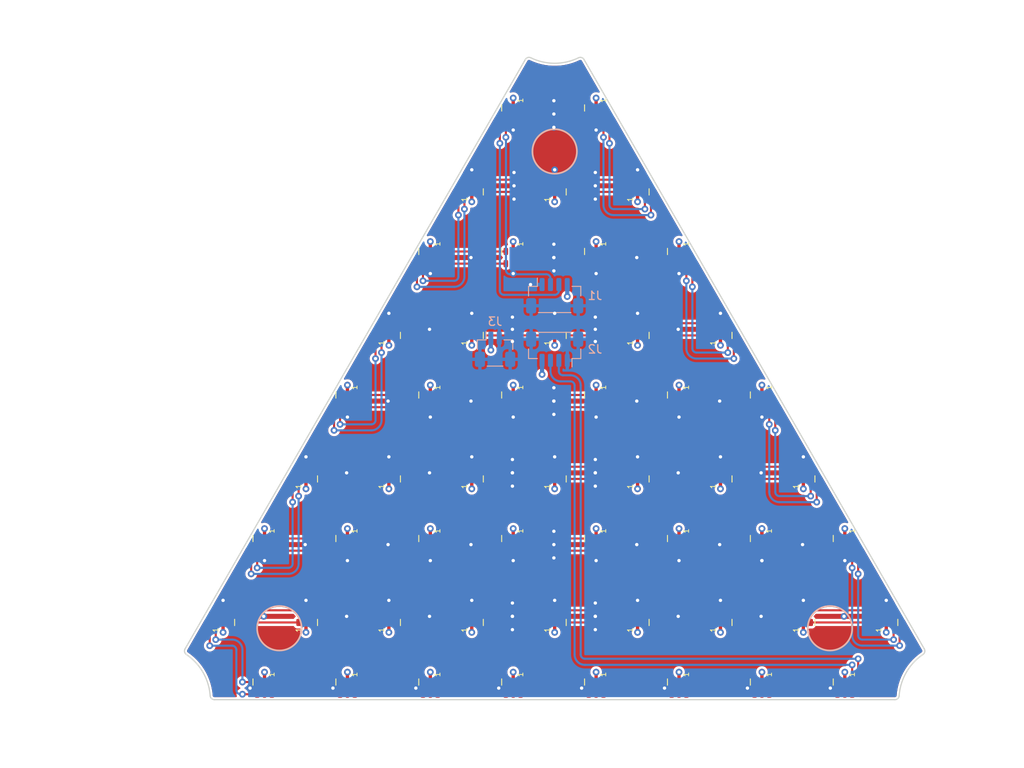
<source format=kicad_pcb>
(kicad_pcb (version 20211014) (generator pcbnew)
  (layers (0 "F.Cu" signal) (1 "In1.Cu" signal) (2 "In2.Cu" signal) (31 "B.Cu" signal) (34 "B.Paste" user) (35 "F.Paste" user) (36 "B.SilkS" user "B.Silkscreen") (37 "F.SilkS" user "F.Silkscreen") (38 "B.Mask" user) (39 "F.Mask" user) (44 "Edge.Cuts" user))
  (net 0 "")
  (net 1 "VCC")
  (net 2 "GND")
  (net 3 "Net-(D2-Pad3)")
  (net 4 "Net-(D2-Pad4)")
  (net 5 "DIN")
  (net 6 "CIN")
  (net 7 "D1")
  (net 8 "C1")
  (net 9 "D2")
  (net 10 "Net-(D4-Pad1)")
  (net 11 "Net-(D4-Pad6)")
  (net 12 "C2")
  (net 13 "Net-(D4-Pad3)")
  (net 14 "Net-(D4-Pad4)")
  (net 15 "Net-(D7-Pad3)")
  (net 16 "Net-(D7-Pad4)")
  (net 17 "Net-(D8-Pad3)")
  (net 18 "Net-(D8-Pad4)")
  (net 19 "Net-(D8-Pad1)")
  (net 20 "Net-(D8-Pad6)")
  (net 21 "D3")
  (net 22 "C3")
  (net 23 "D4")
  (net 24 "Net-(D10-Pad3)")
  (net 25 "Net-(D10-Pad4)")
  (net 26 "C4")
  (net 27 "Net-(D12-Pad3)")
  (net 28 "Net-(D12-Pad4)")
  (net 29 "Net-(D13-Pad3)")
  (net 30 "Net-(D13-Pad4)")
  (net 31 "Net-(D16-Pad3)")
  (net 32 "Net-(D16-Pad4)")
  (net 33 "Net-(D16-Pad1)")
  (net 34 "Net-(D16-Pad6)")
  (net 35 "Net-(D17-Pad1)")
  (net 36 "Net-(D17-Pad6)")
  (net 37 "D5")
  (net 38 "C5")
  (net 39 "D6")
  (net 40 "Net-(D22-Pad1)")
  (net 41 "Net-(D22-Pad6)")
  (net 42 "C6")
  (net 43 "Net-(D22-Pad3)")
  (net 44 "Net-(D22-Pad4)")
  (net 45 "Net-(D23-Pad3)")
  (net 46 "Net-(D23-Pad4)")
  (net 47 "Net-(D24-Pad3)")
  (net 48 "Net-(D24-Pad4)")
  (net 49 "Net-(D26-Pad1)")
  (net 50 "Net-(D26-Pad6)")
  (net 51 "Net-(D26-Pad3)")
  (net 52 "Net-(D26-Pad4)")
  (net 53 "Net-(D28-Pad1)")
  (net 54 "Net-(D28-Pad6)")
  (net 55 "Net-(D30-Pad3)")
  (net 56 "Net-(D30-Pad4)")
  (net 57 "Net-(D31-Pad3)")
  (net 58 "Net-(D31-Pad4)")
  (net 59 "Net-(D32-Pad3)")
  (net 60 "Net-(D32-Pad4)")
  (net 61 "Net-(D33-Pad3)")
  (net 62 "Net-(D33-Pad4)")
  (net 63 "Net-(D33-Pad1)")
  (net 64 "Net-(D33-Pad6)")
  (net 65 "Net-(D34-Pad1)")
  (net 66 "Net-(D34-Pad6)")
  (net 67 "D7")
  (net 68 "C7")
  (net 69 "D8")
  (net 70 "Net-(D36-Pad3)")
  (net 71 "Net-(D36-Pad4)")
  (net 72 "C8")
  (net 73 "Net-(D37-Pad3)")
  (net 74 "Net-(D37-Pad4)")
  (net 75 "Net-(D39-Pad1)")
  (net 76 "Net-(D39-Pad6)")
  (net 77 "Net-(D39-Pad3)")
  (net 78 "Net-(D39-Pad4)")
  (net 79 "Net-(D40-Pad3)")
  (net 80 "Net-(D40-Pad4)")
  (net 81 "Net-(D41-Pad3)")
  (net 82 "Net-(D41-Pad4)")
  (net 83 "Net-(D43-Pad1)")
  (net 84 "Net-(D43-Pad6)")
  (net 85 "Net-(D43-Pad3)")
  (net 86 "Net-(D43-Pad4)")
  (net 87 "Net-(D45-Pad1)")
  (net 88 "Net-(D45-Pad6)")
  (net 89 "Net-(D46-Pad1)")
  (net 90 "Net-(D46-Pad6)")
  (net 91 "Net-(D48-Pad3)")
  (net 92 "Net-(D48-Pad4)")
  (net 93 "Net-(D48-Pad1)")
  (net 94 "Net-(D48-Pad6)")
  (net 95 "Net-(D49-Pad1)")
  (net 96 "Net-(D49-Pad6)")
  (net 97 "Net-(D51-Pad3)")
  (net 98 "Net-(D51-Pad4)")
  (net 99 "Net-(D51-Pad1)")
  (net 100 "Net-(D51-Pad6)")
  (net 101 "DOUT")
  (net 102 "COUT")
  (net 103 "Net-(D11-Pad3)")
  (net 104 "Net-(D11-Pad4)")
  (net 105 "Net-(D18-Pad1)")
  (net 106 "Net-(D18-Pad6)")
  (net 107 "Net-(D19-Pad1)")
  (net 108 "Net-(D19-Pad6)")
  (footprint "custom:sk9822-2020" (layer "F.Cu") (at -34.545 26.049148 -90)
    (fp_text reference "D45" hide)
    (fp_text value "SK9822-EC20")
  )
  (footprint "custom:sk9822-2020" (layer "F.Cu") (at 29.61 17.505258 90)
    (fp_text reference "D43" hide)
    (fp_text value "SK9822-EC20")
  )
  (footprint "custom:sk9822-2020" (layer "F.Cu") (at 14.805 8.961368 -90)
    (fp_text reference "D33" hide)
    (fp_text value "SK9822-EC20")
  )
  (footprint "custom:sk9822-2020" (layer "F.Cu") (at -19.74 17.505258 90)
    (fp_text reference "D38" hide)
    (fp_text value "SK9822-EC20")
  )
  (footprint "custom:sk9822-2020" (layer "F.Cu") (at -19.74 0.417478 90)
    (fp_text reference "D22" hide)
    (fp_text value "SK9822-EC20")
  )
  (footprint "custom:sk9822-2020" (layer "F.Cu") (at -14.805 26.049148 -90)
    (fp_text reference "D47" hide)
    (fp_text value "SK9822-EC20")
  )
  (footprint "custom:sk9822-2020" (layer "F.Cu") (at -9.87 -16.670302 90)
    (fp_text reference "D11" hide)
    (fp_text value "SK9822-EC20")
  )
  (footprint "custom:sk9822-2020" (layer "F.Cu") (at -29.61 17.505258 90)
    (fp_text reference "D37" hide)
    (fp_text value "SK9822-EC20")
  )
  (footprint "custom:sk9822-2020" (layer "F.Cu") (at 19.74 0.417478 90)
    (fp_text reference "D26" hide)
    (fp_text value "SK9822-EC20")
  )
  (footprint "custom:sk9822-2020" (layer "F.Cu") (at -19.74 -16.670302 90)
    (fp_text reference "D10" hide)
    (fp_text value "SK9822-EC20")
  )
  (footprint "custom:sk9822-2020" (layer "F.Cu") (at -4.935 26.049148 -90)
    (fp_text reference "D48" hide)
    (fp_text value "SK9822-EC20")
  )
  (footprint "custom:sk9822-2020" (layer "F.Cu") (at -9.87 0.417478 90)
    (fp_text reference "D23" hide)
    (fp_text value "SK9822-EC20")
  )
  (footprint "custom:sk9822-2020" (layer "F.Cu") (at 14.805 26.049148 -90)
    (fp_text reference "D50" hide)
    (fp_text value "SK9822-EC20")
  )
  (footprint "custom:sk9822-2020" (layer "F.Cu") (at -9.87 17.505258 90)
    (fp_text reference "D39" hide)
    (fp_text value "SK9822-EC20")
  )
  (footprint "custom:sk9822-2020" (layer "F.Cu") (at 0 17.505258 90)
    (fp_text reference "D40" hide)
    (fp_text value "SK9822-EC20")
  )
  (footprint "custom:sk9822-2020" (layer "F.Cu") (at -29.61 0.417478 90)
    (fp_text reference "D21" hide)
    (fp_text value "SK9822-EC20")
  )
  (footprint "custom:sk9822-2020" (layer "F.Cu") (at 0 0.417478 90)
    (fp_text reference "D24" hide)
    (fp_text value "SK9822-EC20")
  )
  (footprint "custom:sk9822-2020" (layer "F.Cu") (at 9.87 17.505258 90)
    (fp_text reference "D41" hide)
    (fp_text value "SK9822-EC20")
  )
  (footprint "custom:sk9822-2020" (layer "F.Cu") (at -4.935 8.961368 -90)
    (fp_text reference "D31" hide)
    (fp_text value "SK9822-EC20")
  )
  (footprint "custom:sk9822-2020" (layer "F.Cu") (at -14.805 -25.214192 -90)
    (fp_text reference "D6" hide)
    (fp_text value "SK9822-EC20")
  )
  (footprint "custom:sk9822-2020" (layer "F.Cu") (at 24.675 26.049148 -90)
    (fp_text reference "D51" hide)
    (fp_text value "SK9822-EC20")
  )
  (footprint "custom:sk9822-2020" (layer "F.Cu") (at -4.935 -25.214192 -90)
    (fp_text reference "D7" hide)
    (fp_text value "SK9822-EC20")
  )
  (footprint "custom:sk9822-2020" (layer "F.Cu") (at 39.48 17.505258 90)
    (fp_text reference "D44" hide)
    (fp_text value "SK9822-EC20")
  )
  (footprint "custom:sk9822-2020" (layer "F.Cu") (at -4.935 -42.301972 -90)
    (fp_text reference "D1" hide)
    (fp_text value "SK9822-EC20")
  )
  (footprint "custom:sk9822-2020" (layer "F.Cu") (at 4.935 -8.126412 -90)
    (fp_text reference "D18" hide)
    (fp_text value "SK9822-EC20")
  )
  (footprint "custom:sk9822-2020" (layer "F.Cu") (at -4.935 -8.126412 -90)
    (fp_text reference "D17" hide)
    (fp_text value "SK9822-EC20")
  )
  (footprint "custom:sk9822-2020" (layer "F.Cu") (at 19.74 -16.670302 90)
    (fp_text reference "D14" hide)
    (fp_text value "SK9822-EC20")
  )
  (footprint "custom:sk9822-2020" (layer "F.Cu") (at 4.935 -25.214192 -90)
    (fp_text reference "D8" hide)
    (fp_text value "SK9822-EC20")
  )
  (footprint "custom:sk9822-2020" (layer "F.Cu") (at 29.61 0.417478 90)
    (fp_text reference "D27" hide)
    (fp_text value "SK9822-EC20")
  )
  (footprint "custom:sk9822-2020" (layer "F.Cu") (at -34.545 8.961368 -90)
    (fp_text reference "D28" hide)
    (fp_text value "SK9822-EC20")
  )
  (footprint "custom:sk9822-2020" (layer "F.Cu") (at 14.805 -8.126412 -90)
    (fp_text reference "D19" hide)
    (fp_text value "SK9822-EC20")
  )
  (footprint "custom:sk9822-2020" (layer "F.Cu") (at 0 -16.670302 90)
    (fp_text reference "D12" hide)
    (fp_text value "SK9822-EC20")
  )
  (footprint "custom:sk9822-2020" (layer "F.Cu") (at -14.805 8.961368 -90)
    (fp_text reference "D30" hide)
    (fp_text value "SK9822-EC20")
  )
  (footprint "custom:sk9822-2020" (layer "F.Cu") (at 9.87 -33.758082 90)
    (fp_text reference "D5" hide)
    (fp_text value "SK9822-EC20")
  )
  (footprint "custom:sk9822-2020" (layer "F.Cu") (at 4.935 -42.301972 -90)
    (fp_text reference "D2" hide)
    (fp_text value "SK9822-EC20")
  )
  (footprint "custom:sk9822-2020" (layer "F.Cu") (at 34.545 26.049148 -90)
    (fp_text reference "D52" hide)
    (fp_text value "SK9822-EC20")
  )
  (footprint "custom:sk9822-2020" (layer "F.Cu") (at 9.87 -16.670302 90)
    (fp_text reference "D13" hide)
    (fp_text value "SK9822-EC20")
  )
  (footprint "custom:sk9822-2020" (layer "F.Cu") (at -24.675 -8.126412 -90)
    (fp_text reference "D15" hide)
    (fp_text value "SK9822-EC20")
  )
  (footprint "custom:sk9822-2020" (layer "F.Cu") (at -24.675 26.049148 -90)
    (fp_text reference "D46" hide)
    (fp_text value "SK9822-EC20")
  )
  (footprint "custom:sk9822-2020" (layer "F.Cu") (at 24.675 -8.126412 -90)
    (fp_text reference "D20" hide)
    (fp_text value "SK9822-EC20")
  )
  (footprint "custom:sk9822-2020" (layer "F.Cu") (at -24.675 8.961368 -90)
    (fp_text reference "D29" hide)
    (fp_text value "SK9822-EC20")
  )
  (footprint "custom:sk9822-2020" (layer "F.Cu") (at 19.74 17.505258 90)
    (fp_text reference "D42" hide)
    (fp_text value "SK9822-EC20")
  )
  (footprint "custom:sk9822-2020" (layer "F.Cu") (at -39.48 17.505258 90)
    (fp_text reference "D36" hide)
    (fp_text value "SK9822-EC20")
  )
  (footprint "custom:sk9822-2020" (layer "F.Cu") (at 4.935 8.961368 -90)
    (fp_text reference "D32" hide)
    (fp_text value "SK9822-EC20")
  )
  (footprint "custom:sk9822-2020" (layer "F.Cu") (at 9.87 0.417478 90)
    (fp_text reference "D25" hide)
    (fp_text value "SK9822-EC20")
  )
  (footprint "custom:sk9822-2020" (layer "F.Cu") (at 0 -33.758082 90)
    (fp_text reference "D4" hide)
    (fp_text value "SK9822-EC20")
  )
  (footprint "custom:sk9822-2020" (layer "F.Cu") (at 34.545 8.961368 -90)
    (fp_text reference "D35" hide)
    (fp_text value "SK9822-EC20")
  )
  (footprint "custom:sk9822-2020" (layer "F.Cu") (at 14.805 -25.214192 -90)
    (fp_text reference "D9" hide)
    (fp_text value "SK9822-EC20")
  )
  (footprint "custom:sk9822-2020" (layer "F.Cu") (at -14.805 -8.126412 -90)
    (fp_text reference "D16" hide)
    (fp_text value "SK9822-EC20")
  )
  (footprint "custom:sk9822-2020" (layer "F.Cu") (at -9.87 -33.758082 90)
    (fp_text reference "D3" hide)
    (fp_text value "SK9822-EC20")
  )
  (footprint "custom:sk9822-2020" (layer "F.Cu") (at 4.935 26.049148 -90)
    (fp_text reference "D49" hide)
    (fp_text value "SK9822-EC20")
  )
  (footprint "custom:sk9822-2020" (layer "F.Cu") (at 24.675 8.961368 -90)
    (fp_text reference "D34" hide)
    (fp_text value "SK9822-EC20")
  )
  (footprint "Connector_JST:JST_SH_BM04B-SRSS-TB_1x04-1MP_P1.00mm_Vertical" (layer "B.Cu") (at 0 -14.3 180)
    (fp_text reference "J2")
    (fp_text value "OUT")
  )
  (footprint "custom:Magnet_D5mm_L2mm" (layer "B.Cu") (at 0 -37.848276 180)
    (fp_text reference "M2" hide)
    (fp_text value "Magnet 5x1mm")
  )
  (footprint "Connector_JST:JST_SH_BM02B-SRSS-TB_1x02-1MP_P1.00mm_Vertical" (layer "B.Cu") (at -7.1 -14.3)
    (fp_text reference "J3")
    (fp_text value "POWER")
  )
  (footprint "custom:Magnet_D5mm_L2mm" (layer "B.Cu") (at -32.777569 18.924138 180)
    (fp_text reference "M1" hide)
    (fp_text value "Magnet 5x1mm")
  )
  (footprint "Connector_JST:JST_SH_BM04B-SRSS-TB_1x04-1MP_P1.00mm_Vertical" (layer "B.Cu") (at 0 -20.675)
    (fp_text reference "J1")
    (fp_text value "IN")
  )
  (footprint "custom:Magnet_D5mm_L2mm" (layer "B.Cu") (at 32.777569 18.924138 180)
    (fp_text reference "M3" hide)
    (fp_text value "Magnet 5x1mm")
  )
  (gr_arc (start 2.839615 -49.001346) (mid 0 -48.348275) (end -2.839615 -49.001346) (layer "Edge.Cuts") (width 0.15))
  (gr_line (start -40.51788 27.424138) (end 40.51788 27.424138) (layer "Edge.Cuts") (width 0.15))
  (gr_arc (start 41.016603 26.959852) (mid 40.858573 27.2901) (end 40.51788 27.424138) (layer "Edge.Cuts") (width 0.15))
  (gr_arc (start -40.51788 27.424138) (mid -40.858572 27.2901) (end -41.016603 26.959852) (layer "Edge.Cuts") (width 0.15))
  (gr_line (start -3.49106 -48.801582) (end -44.00894 21.377444) (layer "Edge.Cuts") (width 0.15))
  (gr_arc (start -43.856218 22.041494) (mid -41.870835 24.174138) (end -41.016603 26.959852) (layer "Edge.Cuts") (width 0.15))
  (gr_arc (start -43.856218 22.041494) (mid -44.063206 21.739512) (end -44.00894 21.377444) (layer "Edge.Cuts") (width 0.15))
  (gr_arc (start -3.49106 -48.801582) (mid -3.20463 -49.029638) (end -2.839615 -49.001346) (layer "Edge.Cuts") (width 0.15))
  (gr_line (start 44.00894 21.377444) (end 3.49106 -48.801582) (layer "Edge.Cuts") (width 0.15))
  (gr_arc (start 2.839615 -49.001346) (mid 3.204648 -49.029624) (end 3.49106 -48.801582) (layer "Edge.Cuts") (width 0.15))
  (gr_arc (start 41.016603 26.959852) (mid 41.870835 24.174138) (end 43.856218 22.041494) (layer "Edge.Cuts") (width 0.15))
  (gr_arc (start 44.00894 21.377444) (mid 44.063204 21.73951) (end 43.856218 22.041494) (layer "Edge.Cuts") (width 0.15))
  (segment (start -29.61 19.410516) (end -29.61 18.230258) (width 0.4) (layer "F.Cu") (net 1))
  (segment (start 19.74 2.322736) (end 19.74 1.142478) (width 0.4) (layer "F.Cu") (net 1))
  (segment (start -9.87 2.322736) (end -9.87 1.142478) (width 0.4) (layer "F.Cu") (net 1))
  (segment (start 14.805 24.14389) (end 14.805 25.324148) (width 0.4) (layer "F.Cu") (net 1))
  (segment (start 0 -31.852824) (end 0 -33.033082) (width 0.4) (layer "F.Cu") (net 1))
  (segment (start -39.48 19.410516) (end -39.48 18.230258) (width 0.4) (layer "F.Cu") (net 1))
  (segment (start -14.805 -27.11945) (end -14.805 -25.939192) (width 0.4) (layer "F.Cu") (net 1))
  (segment (start 24.675 -10.03167) (end 24.675 -8.851412) (width 0.4) (layer "F.Cu") (net 1))
  (segment (start -4.935 7.05611) (end -4.935 8.236368) (width 0.4) (layer "F.Cu") (net 1))
  (segment (start 29.61 2.322736) (end 29.61 1.142478) (width 0.4) (layer "F.Cu") (net 1))
  (segment (start 9.87 2.322736) (end 9.87 1.142478) (width 0.4) (layer "F.Cu") (net 1))
  (segment (start 0 -14.765044) (end 0 -15.945302) (width 0.4) (layer "F.Cu") (net 1))
  (segment (start -4.935 -44.20723) (end -4.935 -43.026972) (width 0.4) (layer "F.Cu") (net 1))
  (segment (start 4.935 7.05611) (end 4.935 8.236368) (width 0.4) (layer "F.Cu") (net 1))
  (segment (start 0 19.410516) (end 0 18.230258) (width 0.4) (layer "F.Cu") (net 1))
  (segment (start -4.935 -27.11945) (end -4.935 -25.939192) (width 0.4) (layer "F.Cu") (net 1))
  (segment (start -19.74 -14.765044) (end -19.74 -15.945302) (width 0.4) (layer "F.Cu") (net 1))
  (segment (start -29.61 2.322736) (end -29.61 1.142478) (width 0.4) (layer "F.Cu") (net 1))
  (segment (start 14.805 -27.11945) (end 14.805 -25.939192) (width 0.4) (layer "F.Cu") (net 1))
  (segment (start -14.805 24.14389) (end -14.805 25.324148) (width 0.4) (layer "F.Cu") (net 1))
  (segment (start -19.74 19.410516) (end -19.74 18.230258) (width 0.4) (layer "F.Cu") (net 1))
  (segment (start -24.675 24.14389) (end -24.675 25.324148) (width 0.4) (layer "F.Cu") (net 1))
  (segment (start 19.74 19.410516) (end 19.74 18.230258) (width 0.4) (layer "F.Cu") (net 1))
  (segment (start 19.74 -14.765044) (end 19.74 -15.945302) (width 0.4) (layer "F.Cu") (net 1))
  (segment (start -24.675 -10.03167) (end -24.675 -8.851412) (width 0.4) (layer "F.Cu") (net 1))
  (segment (start 29.61 19.410516) (end 29.61 18.230258) (width 0.4) (layer "F.Cu") (net 1))
  (segment (start 24.675 24.14389) (end 24.675 25.324148) (width 0.4) (layer "F.Cu") (net 1))
  (segment (start -4.935 24.14389) (end -4.935 25.324148) (width 0.4) (layer "F.Cu") (net 1))
  (segment (start 9.87 -14.765044) (end 9.87 -15.945302) (width 0.4) (layer "F.Cu") (net 1))
  (segment (start -9.87 -31.852824) (end -9.87 -33.033082) (width 0.4) (layer "F.Cu") (net 1))
  (segment (start 24.675 7.05611) (end 24.675 8.236368) (width 0.4) (layer "F.Cu") (net 1))
  (segment (start 14.805 -10.03167) (end 14.805 -8.851412) (width 0.4) (layer "F.Cu") (net 1))
  (segment (start 4.935 -44.20723) (end 4.935 -43.026972) (width 0.4) (layer "F.Cu") (net 1))
  (segment (start -4.935 -10.03167) (end -4.935 -8.851412) (width 0.4) (layer "F.Cu") (net 1))
  (segment (start 4.935 -10.03167) (end 4.935 -8.851412) (width 0.4) (layer "F.Cu") (net 1))
  (segment (start 9.87 19.410516) (end 9.87 18.230258) (width 0.4) (layer "F.Cu") (net 1))
  (segment (start 9.87 -31.852824) (end 9.87 -33.033082) (width 0.4) (layer "F.Cu") (net 1))
  (segment (start -34.545 7.05611) (end -34.545 8.236368) (width 0.4) (layer "F.Cu") (net 1))
  (segment (start 0 2.322736) (end 0 1.142478) (width 0.4) (layer "F.Cu") (net 1))
  (segment (start 14.805 7.05611) (end 14.805 8.236368) (width 0.4) (layer "F.Cu") (net 1))
  (segment (start 4.935 24.14389) (end 4.935 25.324148) (width 0.4) (layer "F.Cu") (net 1))
  (segment (start -14.805 -10.03167) (end -14.805 -8.851412) (width 0.4) (layer "F.Cu") (net 1))
  (segment (start -9.87 19.410516) (end -9.87 18.230258) (width 0.4) (layer "F.Cu") (net 1))
  (segment (start -19.74 2.322736) (end -19.74 1.142478) (width 0.4) (layer "F.Cu") (net 1))
  (segment (start -14.805 7.05611) (end -14.805 8.236368) (width 0.4) (layer "F.Cu") (net 1))
  (segment (start 4.935 -27.11945) (end 4.935 -25.939192) (width 0.4) (layer "F.Cu") (net 1))
  (segment (start 24.675 7.05611) (end 24.675 8.236368) (width 0.4) (layer "F.Cu") (net 1))
  (segment (start -9.87 -14.765044) (end -9.87 -15.945302) (width 0.4) (layer "F.Cu") (net 1))
  (segment (start 34.545 24.14389) (end 34.545 25.324148) (width 0.4) (layer "F.Cu") (net 1))
  (segment (start -34.545 24.14389) (end -34.545 25.324148) (width 0.4) (layer "F.Cu") (net 1))
  (segment (start -24.675 7.05611) (end -24.675 8.236368) (width 0.4) (layer "F.Cu") (net 1))
  (segment (start 39.48 19.410516) (end 39.48 18.230258) (width 0.4) (layer "F.Cu") (net 1))
  (segment (start 34.545 7.05611) (end 34.545 8.236368) (width 0.4) (layer "F.Cu") (net 1))
  (via (at -29.61 2.322736) (size 0.8) (drill 0.4) (layers "F.Cu" "B.Cu") (net 1))
  (via (at -7.6 -14.2) (size 0.8) (drill 0.4) (layers "F.Cu" "B.Cu") (net 1))
  (via (at 9.87 19.410516) (size 0.8) (drill 0.4) (layers "F.Cu" "B.Cu") (net 1))
  (via (at 24.675 7.05611) (size 0.8) (drill 0.4) (layers "F.Cu" "B.Cu") (net 1))
  (via (at -19.74 19.410516) (size 0.8) (drill 0.4) (layers "F.Cu" "B.Cu") (net 1))
  (via (at 19.74 19.410516) (size 0.8) (drill 0.4) (layers "F.Cu" "B.Cu") (net 1))
  (via (at 14.805 7.05611) (size 0.8) (drill 0.4) (layers "F.Cu" "B.Cu") (net 1))
  (via (at 9.87 -31.852824) (size 0.8) (drill 0.4) (layers "F.Cu" "B.Cu") (net 1))
  (via (at 4.935 -44.20723) (size 0.8) (drill 0.4) (layers "F.Cu" "B.Cu") (net 1))
  (via (at 39.48 19.410516) (size 0.8) (drill 0.4) (layers "F.Cu" "B.Cu") (net 1))
  (via (at 4.935 -27.11945) (size 0.8) (drill 0.4) (layers "F.Cu" "B.Cu") (net 1))
  (via (at 19.74 -14.765044) (size 0.8) (drill 0.4) (layers "F.Cu" "B.Cu") (net 1))
  (via (at -24.675 7.05611) (size 0.8) (drill 0.4) (layers "F.Cu" "B.Cu") (net 1))
  (via (at -4.935 -44.20723) (size 0.8) (drill 0.4) (layers "F.Cu" "B.Cu") (net 1))
  (via (at 29.61 2.322736) (size 0.8) (drill 0.4) (layers "F.Cu" "B.Cu") (net 1))
  (via (at -14.805 24.14389) (size 0.8) (drill 0.4) (layers "F.Cu" "B.Cu") (net 1))
  (via (at -4.935 -10.03167) (size 0.8) (drill 0.4) (layers "F.Cu" "B.Cu") (net 1))
  (via (at 24.675 -10.03167) (size 0.8) (drill 0.4) (layers "F.Cu" "B.Cu") (net 1))
  (via (at 24.675 24.14389) (size 0.8) (drill 0.4) (layers "F.Cu" "B.Cu") (net 1))
  (via (at 0 19.410516) (size 0.8) (drill 0.4) (layers "F.Cu" "B.Cu") (net 1))
  (via (at 0 -31.852824) (size 0.8) (drill 0.4) (layers "F.Cu" "B.Cu") (net 1))
  (via (at -19.74 2.322736) (size 0.8) (drill 0.4) (layers "F.Cu" "B.Cu") (net 1))
  (via (at 34.545 7.05611) (size 0.8) (drill 0.4) (layers "F.Cu" "B.Cu") (net 1))
  (via (at -9.87 -14.765044) (size 0.8) (drill 0.4) (layers "F.Cu" "B.Cu") (net 1))
  (via (at -39.48 19.410516) (size 0.8) (drill 0.4) (layers "F.Cu" "B.Cu") (net 1))
  (via (at 19.74 2.322736) (size 0.8) (drill 0.4) (layers "F.Cu" "B.Cu") (net 1))
  (via (at 4.935 7.05611) (size 0.8) (drill 0.4) (layers "F.Cu" "B.Cu") (net 1))
  (via (at -9.87 19.410516) (size 0.8) (drill 0.4) (layers "F.Cu" "B.Cu") (net 1))
  (via (at -9.87 2.322736) (size 0.8) (drill 0.4) (layers "F.Cu" "B.Cu") (net 1))
  (via (at -24.675 24.14389) (size 0.8) (drill 0.4) (layers "F.Cu" "B.Cu") (net 1))
  (via (at 29.61 19.410516) (size 0.8) (drill 0.4) (layers "F.Cu" "B.Cu") (net 1))
  (via (at 1.5 -20.575) (size 0.8) (drill 0.4) (layers "F.Cu" "B.Cu") (net 1))
  (via (at -1.5 -11.3) (size 0.8) (drill 0.4) (layers "F.Cu" "B.Cu") (net 1))
  (via (at -9.87 -31.852824) (size 0.8) (drill 0.4) (layers "F.Cu" "B.Cu") (net 1))
  (via (at 9.87 2.322736) (size 0.8) (drill 0.4) (layers "F.Cu" "B.Cu") (net 1))
  (via (at 9.87 -14.765044) (size 0.8) (drill 0.4) (layers "F.Cu" "B.Cu") (net 1))
  (via (at -14.805 7.05611) (size 0.8) (drill 0.4) (layers "F.Cu" "B.Cu") (net 1))
  (via (at -4.935 -27.11945) (size 0.8) (drill 0.4) (layers "F.Cu" "B.Cu") (net 1))
  (via (at 14.805 -27.11945) (size 0.8) (drill 0.4) (layers "F.Cu" "B.Cu") (net 1))
  (via (at 14.805 24.14389) (size 0.8) (drill 0.4) (layers "F.Cu" "B.Cu") (net 1))
  (via (at 14.805 -10.03167) (size 0.8) (drill 0.4) (layers "F.Cu" "B.Cu") (net 1))
  (via (at -34.545 7.05611) (size 0.8) (drill 0.4) (layers "F.Cu" "B.Cu") (net 1))
  (via (at 4.935 24.14389) (size 0.8) (drill 0.4) (layers "F.Cu" "B.Cu") (net 1))
  (via (at -24.675 -10.03167) (size 0.8) (drill 0.4) (layers "F.Cu" "B.Cu") (net 1))
  (via (at 34.545 24.14389) (size 0.8) (drill 0.4) (layers "F.Cu" "B.Cu") (net 1))
  (via (at 0 2.322736) (size 0.8) (drill 0.4) (layers "F.Cu" "B.Cu") (net 1))
  (via (at -34.545 24.14389) (size 0.8) (drill 0.4) (layers "F.Cu" "B.Cu") (net 1))
  (via (at -14.805 -10.03167) (size 0.8) (drill 0.4) (layers "F.Cu" "B.Cu") (net 1))
  (via (at -4.935 7.05611) (size 0.8) (drill 0.4) (layers "F.Cu" "B.Cu") (net 1))
  (via (at 24.675 7.05611) (size 0.8) (drill 0.4) (layers "F.Cu" "B.Cu") (net 1))
  (via (at 4.935 -10.03167) (size 0.8) (drill 0.4) (layers "F.Cu" "B.Cu") (net 1))
  (via (at -4.935 24.14389) (size 0.8) (drill 0.4) (layers "F.Cu" "B.Cu") (net 1))
  (via (at -19.74 -14.765044) (size 0.8) (drill 0.4) (layers "F.Cu" "B.Cu") (net 1))
  (via (at -29.61 19.410516) (size 0.8) (drill 0.4) (layers "F.Cu" "B.Cu") (net 1))
  (via (at 0 -14.765044) (size 0.8) (drill 0.4) (layers "F.Cu" "B.Cu") (net 1))
  (via (at -14.805 -27.11945) (size 0.8) (drill 0.4) (layers "F.Cu" "B.Cu") (net 1))
  (segment (start -7.6 -14.2) (end -7.6 -15.625) (width 0.5) (layer "B.Cu") (net 1))
  (segment (start 1.5 -20.575) (end 1.5 -22) (width 0.5) (layer "B.Cu") (net 1))
  (segment (start -1.5 -11.3) (end -1.5 -12.975) (width 0.5) (layer "B.Cu") (net 1))
  (segment (start -24.675 26.774148) (end -24.675 26.549148) (width 0.2) (layer "F.Cu") (net 2))
  (segment (start 4.935 -23.308934) (end 4.935 -24.489192) (width 0.4) (layer "F.Cu") (net 2))
  (segment (start 34.545 26.774148) (end 34.545 26.549148) (width 0.2) (layer "F.Cu") (net 2))
  (segment (start 34.045 26.049148) (end 32.8205 26.049148) (width 0.2) (layer "F.Cu") (net 2))
  (segment (start 24.675 -6.221154) (end 24.675 -7.401412) (width 0.4) (layer "F.Cu") (net 2))
  (segment (start -14.805 -23.308934) (end -14.805 -24.489192) (width 0.4) (layer "F.Cu") (net 2))
  (segment (start 13.0805 26.049148) (end 13.08 26.049648) (width 0.2) (layer "F.Cu") (net 2))
  (segment (start -9.87 -35.66334) (end -9.87 -34.483082) (width 0.4) (layer "F.Cu") (net 2))
  (segment (start 24.175 26.049148) (end 22.9505 26.049148) (width 0.2) (layer "F.Cu") (net 2))
  (segment (start 4.935 10.866626) (end 4.935 9.686368) (width 0.4) (layer "F.Cu") (net 2))
  (segment (start -14.805 10.866626) (end -14.805 9.686368) (width 0.4) (layer "F.Cu") (net 2))
  (segment (start 29.61 -1.48778) (end 29.61 -0.307522) (width 0.4) (layer "F.Cu") (net 2))
  (segment (start 14.805 -23.308934) (end 14.805 -24.489192) (width 0.4) (layer "F.Cu") (net 2))
  (segment (start 4.935 -40.396714) (end 4.935 -41.576972) (width 0.4) (layer "F.Cu") (net 2))
  (segment (start -4.935 -40.396714) (end -4.935 -41.576972) (width 0.4) (layer "F.Cu") (net 2))
  (segment (start -25.175 26.049148) (end -26.3995 26.049148) (width 0.2) (layer "F.Cu") (net 2))
  (segment (start 14.805 26.774148) (end 14.805 26.549148) (width 0.2) (layer "F.Cu") (net 2))
  (segment (start -4.935 -23.308934) (end -4.935 -24.489192) (width 0.4) (layer "F.Cu") (net 2))
  (segment (start -26.3995 26.049148) (end -26.4 26.049648) (width 0.2) (layer "F.Cu") (net 2))
  (segment (start -24.675 -6.221154) (end -24.675 -7.401412) (width 0.4) (layer "F.Cu") (net 2))
  (segment (start 0 -18.57556) (end 0 -17.395302) (width 0.4) (layer "F.Cu") (net 2))
  (segment (start 14.805 -6.221154) (end 14.805 -7.401412) (width 0.4) (layer "F.Cu") (net 2))
  (segment (start -4.935 10.866626) (end -4.935 9.686368) (width 0.4) (layer "F.Cu") (net 2))
  (segment (start -24.675 10.866626) (end -24.675 9.686368) (width 0.4) (layer "F.Cu") (net 2))
  (segment (start 32.8205 26.049148) (end 32.82 26.049648) (width 0.2) (layer "F.Cu") (net 2))
  (segment (start -9.87 15.6) (end -9.87 16.780258) (width 0.4) (layer "F.Cu") (net 2))
  (segment (start 9.87 -1.48778) (end 9.87 -0.307522) (width 0.4) (layer "F.Cu") (net 2))
  (segment (start 4.935 -6.221154) (end 4.935 -7.401412) (width 0.4) (layer "F.Cu") (net 2))
  (segment (start -6.6595 26.049148) (end -6.66 26.049648) (width 0.2) (layer "F.Cu") (net 2))
  (segment (start 0 -1.48778) (end 0 -0.307522) (width 0.4) (layer "F.Cu") (net 2))
  (segment (start 9.87 -18.57556) (end 9.87 -17.395302) (width 0.4) (layer "F.Cu") (net 2))
  (segment (start 9.87 15.6) (end 9.87 16.780258) (width 0.4) (layer "F.Cu") (net 2))
  (segment (start -14.805 -6.221154) (end -14.805 -7.401412) (width 0.4) (layer "F.Cu") (net 2))
  (segment (start 24.675 10.866626) (end 24.675 9.686368) (width 0.4) (layer "F.Cu") (net 2))
  (segment (start 24.675 10.866626) (end 24.675 9.686368) (width 0.4) (layer "F.Cu") (net 2))
  (segment (start 3.2105 26.049148) (end 3.21 26.049648) (width 0.2) (layer "F.Cu") (net 2))
  (segment (start 29.61 15.6) (end 29.61 16.780258) (width 0.4) (layer "F.Cu") (net 2))
  (segment (start 14.305 26.049148) (end 13.0805 26.049148) (width 0.2) (layer "F.Cu") (net 2))
  (segment (start -14.805 26.774148) (end -14.805 26.549148) (width 0.2) (layer "F.Cu") (net 2))
  (segment (start -34.545 26.774148) (end -34.545 26.549148) (width 0.2) (layer "F.Cu") (net 2))
  (segment (start -36.2695 26.049148) (end -36.27 26.049648) (width 0.2) (layer "F.Cu") (net 2))
  (segment (start 0 -35.66334) (end 0 -34.483082) (width 0.4) (layer "F.Cu") (net 2))
  (segment (start -19.74 -1.48778) (end -19.74 -0.307522) (width 0.4) (layer "F.Cu") (net 2))
  (segment (start -5.435 26.049148) (end -6.6595 26.049148) (width 0.2) (layer "F.Cu") (net 2))
  (segment (start 39.48 15.6) (end 39.48 16.780258) (width 0.4) (layer "F.Cu") (net 2))
  (segment (start 19.74 -18.57556) (end 19.74 -17.395302) (width 0.4) (layer "F.Cu") (net 2))
  (segment (start -29.61 15.6) (end -29.61 16.780258) (width 0.4) (layer "F.Cu") (net 2))
  (segment (start 34.545 10.866626) (end 34.545 9.686368) (width 0.4) (layer "F.Cu") (net 2))
  (segment (start -9.87 -18.57556) (end -9.87 -17.395302) (width 0.4) (layer "F.Cu") (net 2))
  (segment (start -19.74 15.6) (end -19.74 16.780258) (width 0.4) (layer "F.Cu") (net 2))
  (segment (start 14.805 10.866626) (end 14.805 9.686368) (width 0.4) (layer "F.Cu") (net 2))
  (segment (start -4.935 26.774148) (end -4.935 26.549148) (width 0.2) (layer "F.Cu") (net 2))
  (segment (start 19.74 -1.48778) (end 19.74 -0.307522) (width 0.4) (layer "F.Cu") (net 2))
  (segment (start 4.435 26.049148) (end 3.2105 26.049148) (width 0.2) (layer "F.Cu") (net 2))
  (segment (start -4.935 -6.221154) (end -4.935 -7.401412) (width 0.4) (layer "F.Cu") (net 2))
  (segment (start -16.5295 26.049148) (end -16.53 26.049648) (width 0.2) (layer "F.Cu") (net 2))
  (segment (start -9.87 -1.48778) (end -9.87 -0.307522) (width 0.4) (layer "F.Cu") (net 2))
  (segment (start 24.675 26.774148) (end 24.675 26.549148) (width 0.2) (layer "F.Cu") (net 2))
  (segment (start -29.61 -1.48778) (end -29.61 -0.307522) (width 0.4) (layer "F.Cu") (net 2))
  (segment (start -39.48 15.6) (end -39.48 16.780258) (width 0.4) (layer "F.Cu") (net 2))
  (segment (start 0 15.6) (end 0 16.780258) (width 0.4) (layer "F.Cu") (net 2))
  (segment (start -35.045 26.049148) (end -36.2695 26.049148) (width 0.2) (layer "F.Cu") (net 2))
  (segment (start 22.9505 26.049148) (end 22.95 26.049648) (width 0.2) (layer "F.Cu") (net 2))
  (segment (start -15.305 26.049148) (end -16.5295 26.049148) (width 0.2) (layer "F.Cu") (net 2))
  (segment (start 9.87 -35.66334) (end 9.87 -34.483082) (width 0.4) (layer "F.Cu") (net 2))
  (segment (start -19.74 -18.57556) (end -19.74 -17.395302) (width 0.4) (layer "F.Cu") (net 2))
  (segment (start 4.935 26.774148) (end 4.935 26.549148) (width 0.2) (layer "F.Cu") (net 2))
  (segment (start -34.545 10.866626) (end -34.545 9.686368) (width 0.4) (layer "F.Cu") (net 2))
  (segment (start 19.74 15.6) (end 19.74 16.780258) (width 0.4) (layer "F.Cu") (net 2))
  (via (at 0 15.6) (size 0.8) (drill 0.4) (layers "F.Cu" "B.Cu") (net 2))
  (via (at 9.775 -8.126912) (size 0.8) (drill 0.4) (layers "F.Cu" "B.Cu") (net 2))
  (via (at -9.965 8.960868) (size 0.8) (drill 0.4) (layers "F.Cu" "B.Cu") (net 2))
  (via (at -0.095 -40.717164) (size 0.8) (drill 0.4) (layers "F.Cu" "B.Cu") (net 2))
  (via (at -5.03 19.090066) (size 0.8) (drill 0.4) (layers "F.Cu" "B.Cu") (net 2))
  (via (at 29.61 15.6) (size 0.8) (drill 0.4) (layers "F.Cu" "B.Cu") (net 2))
  (via (at -16.53 26.049648) (size 0.8) (drill 0.4) (layers "F.Cu" "B.Cu") (net 2))
  (via (at -14.9 0.416978) (size 0.8) (drill 0.4) (layers "F.Cu" "B.Cu") (net 2))
  (via (at 19.74 15.6) (size 0.8) (drill 0.4) (layers "F.Cu" "B.Cu") (net 2))
  (via (at -4.935 -40.396714) (size 0.8) (drill 0.4) (layers "F.Cu" "B.Cu") (net 2))
  (via (at 24.58 0.416978) (size 0.8) (drill 0.4) (layers "F.Cu" "B.Cu") (net 2))
  (via (at -36.27 26.049648) (size 0.8) (drill 0.4) (layers "F.Cu" "B.Cu") (net 2))
  (via (at 4.84 -35.34389) (size 0.8) (drill 0.4) (layers "F.Cu" "B.Cu") (net 2))
  (via (at -14.805 -6.221154) (size 0.8) (drill 0.4) (layers "F.Cu" "B.Cu") (net 2))
  (via (at -0.095 8.960868) (size 0.8) (drill 0.4) (layers "F.Cu" "B.Cu") (net 2))
  (via (at -29.61 -1.48778) (size 0.8) (drill 0.4) (layers "F.Cu" "B.Cu") (net 2))
  (via (at -0.095 -23.629384) (size 0.8) (drill 0.4) (layers "F.Cu" "B.Cu") (net 2))
  (via (at -4.935 -23.308934) (size 0.8) (drill 0.4) (layers "F.Cu" "B.Cu") (net 2))
  (via (at 14.805 -23.308934) (size 0.8) (drill 0.4) (layers "F.Cu" "B.Cu") (net 2))
  (via (at -5.03 -18.120802) (size 0.8) (drill 0.4) (layers "F.Cu" "B.Cu") (net 2))
  (via (at 34.45 17.504758) (size 0.8) (drill 0.4) (layers "F.Cu" "B.Cu") (net 2))
  (via (at -24.675 -6.221154) (size 0.8) (drill 0.4) (layers "F.Cu" "B.Cu") (net 2))
  (via (at -5.03 0.416978) (size 0.8) (drill 0.4) (layers "F.Cu" "B.Cu") (net 2))
  (via (at 14.805 -6.221154) (size 0.8) (drill 0.4) (layers "F.Cu" "B.Cu") (net 2))
  (via (at -5.03 0.416978) (size 0.8) (drill 0.4) (layers "F.Cu" "B.Cu") (net 2))
  (via (at -5.03 2.002286) (size 0.8) (drill 0.4) (layers "F.Cu" "B.Cu") (net 2))
  (via (at -0.095 -26.8) (size 0.8) (drill 0.4) (layers "F.Cu" "B.Cu") (net 2))
  (via (at -4.935 10.866626) (size 0.8) (drill 0.4) (layers "F.Cu" "B.Cu") (net 2))
  (via (at 4.84 17.504758) (size 0.8) (drill 0.4) (layers "F.Cu" "B.Cu") (net 2))
  (via (at 4.935 -40.396714) (size 0.8) (drill 0.4) (layers "F.Cu" "B.Cu") (net 2))
  (via (at -0.095 -8.126912) (size 0.8) (drill 0.4) (layers "F.Cu" "B.Cu") (net 2))
  (via (at 4.84 15.91945) (size 0.8) (drill 0.4) (layers "F.Cu" "B.Cu") (net 2))
  (via (at -9.87 15.6) (size 0.8) (drill 0.4) (layers "F.Cu" "B.Cu") (net 2))
  (via (at -9.965 -8.126912) (size 0.8) (drill 0.4) (layers "F.Cu" "B.Cu") (net 2))
  (via (at 4.84 -15.220802) (size 0.8) (drill 0.4) (layers "F.Cu" "B.Cu") (net 2))
  (via (at -14.9 17.504758) (size 0.8) (drill 0.4) (layers "F.Cu" "B.Cu") (net 2))
  (via (at -14.805 -23.308934) (size 0.8) (drill 0.4) (layers "F.Cu" "B.Cu") (net 2))
  (via (at 4.84 17.504758) (size 0.8) (drill 0.4) (layers "F.Cu" "B.Cu") (net 2))
  (via (at 22.95 26.049648) (size 0.8) (drill 0.4) (layers "F.Cu" "B.Cu") (net 2))
  (via (at -6.66 26.049648) (size 0.8) (drill 0.4) (layers "F.Cu" "B.Cu") (net 2))
  (via (at 14.71 0.416978) (size 0.8) (drill 0.4) (layers "F.Cu" "B.Cu") (net 2))
  (via (at -24.77 0.416978) (size 0.8) (drill 0.4) (layers "F.Cu" "B.Cu") (net 2))
  (via (at -9.87 -18.57556) (size 0.8) (drill 0.4) (layers "F.Cu" "B.Cu") (net 2))
  (via (at -5.03 17.504758) (size 0.8) (drill 0.4) (layers "F.Cu" "B.Cu") (net 2))
  (via (at 4.84 -1.16833) (size 0.8) (drill 0.4) (layers "F.Cu" "B.Cu") (net 2))
  (via (at 24.675 10.866626) (size 0.8) (drill 0.4) (layers "F.Cu" "B.Cu") (net 2))
  (via (at 4.84 2.002286) (size 0.8) (drill 0.4) (layers "F.Cu" "B.Cu") (net 2))
  (via (at -39.48 15.6) (size 0.8) (drill 0.4) (layers "F.Cu" "B.Cu") (net 2))
  (via (at 14.71 17.504758) (size 0.8) (drill 0.4) (layers "F.Cu" "B.Cu") (net 2))
  (via (at 24.675 -6.221154) (size 0.8) (drill 0.4) (layers "F.Cu" "B.Cu") (net 2))
  (via (at -29.61 15.6) (size 0.8) (drill 0.4) (layers "F.Cu" "B.Cu") (net 2))
  (via (at -9.87 -1.48778) (size 0.8) (drill 0.4) (layers "F.Cu" "B.Cu") (net 2))
  (via (at -34.64 17.504758) (size 0.8) (drill 0.4) (layers "F.Cu" "B.Cu") (net 2))
  (via (at -4.84 -35.34289) (size 0.8) (drill 0.4) (layers "F.Cu" "B.Cu") (net 2))
  (via (at -34.545 10.866626) (size 0.8) (drill 0.4) (layers "F.Cu" "B.Cu") (net 2))
  (via (at 4.84 -18.120802) (size 0.8) (drill 0.4) (layers "F.Cu" "B.Cu") (net 2))
  (via (at 29.61 -1.48778) (size 0.8) (drill 0.4) (layers "F.Cu" "B.Cu") (net 2))
  (via (at -19.74 -1.48778) (size 0.8) (drill 0.4) (layers "F.Cu" "B.Cu") (net 2))
  (via (at 4.84 -16.670802) (size 0.8) (drill 0.4) (layers "F.Cu" "B.Cu") (net 2))
  (via (at 4.84 0.416978) (size 0.8) (drill 0.4) (layers "F.Cu" "B.Cu") (net 2))
  (via (at 4.84 19.090066) (size 0.8) (drill 0.4) (layers "F.Cu" "B.Cu") (net 2))
  (via (at -9.87 -35.66334) (size 0.8) (drill 0.4) (layers "F.Cu" "B.Cu") (net 2))
  (via (at -9.965 -25.214692) (size 0.8) (drill 0.4) (layers "F.Cu" "B.Cu") (net 2))
  (via (at 14.71 -16.670802) (size 0.8) (drill 0.4) (layers "F.Cu" "B.Cu") (net 2))
  (via (at 4.935 -6.221154) (size 0.8) (drill 0.4) (layers "F.Cu" "B.Cu") (net 2))
  (via (at 19.74 -18.57556) (size 0.8) (drill 0.4) (layers "F.Cu" "B.Cu") (net 2))
  (via (at -14.9 -16.670802) (size 0.8) (drill 0.4) (layers "F.Cu" "B.Cu") (net 2))
  (via (at -4.84 -33.757582) (size 0.8) (drill 0.4) (layers "F.Cu" "B.Cu") (net 2))
  (via (at -19.74 -18.57556) (size 0.8) (drill 0.4) (layers "F.Cu" "B.Cu") (net 2))
  (via (at 14.805 10.866626) (size 0.8) (drill 0.4) (layers "F.Cu" "B.Cu") (net 2))
  (via (at 29.515 8.960868) (size 0.8) (drill 0.4) (layers "F.Cu" "B.Cu") (net 2))
  (via (at 3.21 26.049648) (size 0.8) (drill 0.4) (layers "F.Cu" "B.Cu") (net 2))
  (via (at 4.935 10.866626) (size 0.8) (drill 0.4) (layers "F.Cu" "B.Cu") (net 2))
  (via (at 9.87 -35.66334) (size 0.8) (drill 0.4) (layers "F.Cu" "B.Cu") (net 2))
  (via (at 9.775 8.960868) (size 0.8) (drill 0.4) (layers "F.Cu" "B.Cu") (net 2))
  (via (at -5.03 -15.220802) (size 0.8) (drill 0.4) (layers "F.Cu" "B.Cu") (net 2))
  (via (at -19.835 -8.126912) (size 0.8) (drill 0.4) (layers "F.Cu" "B.Cu") (net 2))
  (via (at -4.935 -6.221154) (size 0.8) (drill 0.4) (layers "F.Cu" "B.Cu") (net 2))
  (via (at -0.095 -8.126912) (size 0.8) (drill 0.4) (layers "F.Cu" "B.Cu") (net 2))
  (via (at -19.74 15.6) (size 0.8) (drill 0.4) (layers "F.Cu" "B.Cu") (net 2))
  (via (at 4.84 -33.758582) (size 0.8) (drill 0.4) (layers "F.Cu" "B.Cu") (net 2))
  (via (at 4.84 -32.173274) (size 0.8) (drill 0.4) (layers "F.Cu" "B.Cu") (net 2))
  (via (at -19.835 8.960868) (size 0.8) (drill 0.4) (layers "F.Cu" "B.Cu") (net 2))
  (via (at 9.87 -1.48778) (size 0.8) (drill 0.4) (layers "F.Cu" "B.Cu") (net 2))
  (via (at 0 -35.66334) (size 0.8) (drill 0.4) (layers "F.Cu" "B.Cu") (net 2))
  (via (at 24.58 17.504758) (size 0.8) (drill 0.4) (layers "F.Cu" "B.Cu") (net 2))
  (via (at -0.095 -6.541604) (size 0.8) (drill 0.4) (layers "F.Cu" "B.Cu") (net 2))
  (via (at 0 -1.48778) (size 0.8) (drill 0.4) (layers "F.Cu" "B.Cu") (net 2))
  (via (at -24.675 10.866626) (size 0.8) (drill 0.4) (layers "F.Cu" "B.Cu") (net 2))
  (via (at -4.84 -32.172274) (size 0.8) (drill 0.4) (layers "F.Cu" "B.Cu") (net 2))
  (via (at -24.77 17.504758) (size 0.8) (drill 0.4) (layers "F.Cu" "B.Cu") (net 2))
  (via (at -2.875 -22) (size 0.8) (drill 0.4) (layers "F.Cu" "B.Cu") (net 2))
  (via (at -0.095 -9.71222) (size 0.8) (drill 0.4) (layers "F.Cu" "B.Cu") (net 2))
  (via (at -5.03 17.504758) (size 0.8) (drill 0.4) (layers "F.Cu" "B.Cu") (net 2))
  (via (at 34.545 10.866626) (size 0.8) (drill 0.4) (layers "F.Cu" "B.Cu") (net 2))
  (via (at -14.805 10.866626) (size 0.8) (drill 0.4) (layers "F.Cu" "B.Cu") (net 2))
  (via (at -0.095 10.546176) (size 0.8) (drill 0.4) (layers "F.Cu" "B.Cu") (net 2))
  (via (at -5.03 -1.16833) (size 0.8) (drill 0.4) (layers "F.Cu" "B.Cu") (net 2))
  (via (at -29.705 8.960868) (size 0.8) (drill 0.4) (layers "F.Cu" "B.Cu") (net 2))
  (via (at 4.935 -23.308934) (size 0.8) (drill 0.4) (layers "F.Cu" "B.Cu") (net 2))
  (via (at 4.84 0.416978) (size 0.8) (drill 0.4) (layers "F.Cu" "B.Cu") (net 2))
  (via (at -0.095 -25.214692) (size 0.8) (drill 0.4) (layers "F.Cu" "B.Cu") (net 2))
  (via (at 24.675 10.866626) (size 0.8) (drill 0.4) (layers "F.Cu" "B.Cu") (net 2))
  (via (at -0.095 -42.302472) (size 0.8) (drill 0.4) (layers "F.Cu" "B.Cu") (net 2))
  (via (at -26.4 26.049648) (size 0.8) (drill 0.4) (layers "F.Cu" "B.Cu") (net 2))
  (via (at -0.095 7.37556) (size 0.8) (drill 0.4) (layers "F.Cu" "B.Cu") (net 2))
  (via (at -0.095 -43.88778) (size 0.8) (drill 0.4) (layers "F.Cu" "B.Cu") (net 2))
  (via (at -5.03 15.91945) (size 0.8) (drill 0.4) (layers "F.Cu" "B.Cu") (net 2))
  (via (at 9.775 -25.214692) (size 0.8) (drill 0.4) (layers "F.Cu" "B.Cu") (net 2))
  (via (at 9.87 15.6) (size 0.8) (drill 0.4) (layers "F.Cu" "B.Cu") (net 2))
  (via (at 19.645 8.960868) (size 0.8) (drill 0.4) (layers "F.Cu" "B.Cu") (net 2))
  (via (at 0 -18.57556) (size 0.8) (drill 0.4) (layers "F.Cu" "B.Cu") (net 2))
  (via (at 32.82 26.049648) (size 0.8) (drill 0.4) (layers "F.Cu" "B.Cu") (net 2))
  (via (at 19.74 -1.48778) (size 0.8) (drill 0.4) (layers "F.Cu" "B.Cu") (net 2))
  (via (at 39.48 15.6) (size 0.8) (drill 0.4) (layers "F.Cu" "B.Cu") (net 2))
  (via (at 19.645 -8.126912) (size 0.8) (drill 0.4) (layers "F.Cu" "B.Cu") (net 2))
  (via (at -5.03 -16.670802) (size 0.8) (drill 0.4) (layers "F.Cu" "B.Cu") (net 2))
  (via (at -0.095 -25.214692) (size 0.8) (drill 0.4) (layers "F.Cu" "B.Cu") (net 2))
  (via (at 9.87 -18.57556) (size 0.8) (drill 0.4) (layers "F.Cu" "B.Cu") (net 2))
  (via (at 13.08 26.049648) (size 0.8) (drill 0.4) (layers "F.Cu" "B.Cu") (net 2))
  (arc (start 4.435 26.049148) (mid 4.788553 26.195595) (end 4.935 26.549148) (width 0.2) (layer "F.Cu") (net 2))
  (arc (start -15.305 26.049148) (mid -14.951447 26.195595) (end -14.805 26.549148) (width 0.2) (layer "F.Cu") (net 2))
  (arc (start -35.045 26.049148) (mid -34.691447 26.195595) (end -34.545 26.549148) (width 0.2) (layer "F.Cu") (net 2))
  (arc (start -5.435 26.049148) (mid -5.081447 26.195595) (end -4.935 26.549148) (width 0.2) (layer "F.Cu") (net 2))
  (arc (start -25.175 26.049148) (mid -24.821447 26.195595) (end -24.675 26.549148) (width 0.2) (layer "F.Cu") (net 2))
  (arc (start 34.045 26.049148) (mid 34.398553 26.195595) (end 34.545 26.549148) (width 0.2) (layer "F.Cu") (net 2))
  (arc (start 24.175 26.049148) (mid 24.528553 26.195595) (end 24.675 26.549148) (width 0.2) (layer "F.Cu") (net 2))
  (arc (start 14.305 26.049148) (mid 14.658553 26.195595) (end 14.805 26.549148) (width 0.2) (layer "F.Cu") (net 2))
  (segment (start -2.875 -22) (end -1.5 -22) (width 0.4) (layer "B.Cu") (net 2))
  (segment (start -4.06 -43.026972) (end 4.06 -43.026972) (width 0.25) (layer "F.Cu") (net 3))
  (segment (start 4.06 -41.576972) (end -4.06 -41.576972) (width 0.25) (layer "F.Cu") (net 4))
  (segment (start -5.81 -43.026972) (end -6.025 -43.026972) (width 0.25) (layer "F.Cu") (net 5))
  (segment (start -6.525 -38.81667) (end -6.525 -42.526972) (width 0.25) (layer "F.Cu") (net 5))
  (via (at -6.525 -38.81667) (size 0.8) (drill 0.4) (layers "F.Cu" "B.Cu") (net 5))
  (arc (start -6.525 -42.526972) (mid -6.378553 -42.880525) (end -6.025 -43.026972) (width 0.25) (layer "F.Cu") (net 5))
  (segment (start -6.025 -20.775) (end 0 -20.775) (width 0.25) (layer "B.Cu") (net 5))
  (segment (start 0.5 -21.275) (end 0.5 -22) (width 0.25) (layer "B.Cu") (net 5))
  (segment (start -6.525 -38.81667) (end -6.525 -21.275) (width 0.25) (layer "B.Cu") (net 5))
  (arc (start 0 -20.775) (mid 0.353553 -20.921447) (end 0.5 -21.275) (width 0.25) (layer "B.Cu") (net 5))
  (arc (start -6.525 -21.275) (mid -6.378553 -20.921447) (end -6.025 -20.775) (width 0.25) (layer "B.Cu") (net 5))
  (segment (start -5.81 -41.576972) (end -5.81 -39.53167) (width 0.25) (layer "F.Cu") (net 6))
  (via (at -5.81 -39.53167) (size 0.8) (drill 0.4) (layers "F.Cu" "B.Cu") (net 6))
  (segment (start -5.8 -31.5) (end -5.8 -39.53167) (width 0.25) (layer "B.Cu") (net 6))
  (segment (start -0.5 -22) (end -0.5 -22.725) (width 0.25) (layer "B.Cu") (net 6))
  (segment (start -5.8 -39.53167) (end -5.81 -39.53167) (width 0.25) (layer "B.Cu") (net 6))
  (segment (start -5.8 -23.725) (end -5.8 -31.5) (width 0.25) (layer "B.Cu") (net 6))
  (segment (start -1 -23.225) (end -5.3 -23.225) (width 0.25) (layer "B.Cu") (net 6))
  (arc (start -0.5 -22.725) (mid -0.646447 -23.078553) (end -1 -23.225) (width 0.25) (layer "B.Cu") (net 6))
  (arc (start -5.3 -23.225) (mid -5.653553 -23.371447) (end -5.8 -23.725) (width 0.25) (layer "B.Cu") (net 6))
  (segment (start 5.81 -43.026972) (end 6.025 -43.026972) (width 0.25) (layer "F.Cu") (net 7))
  (segment (start 10.745 -33.033082) (end 10.745 -30.98778) (width 0.25) (layer "F.Cu") (net 7))
  (segment (start 6.525 -38.81667) (end 6.525 -42.526972) (width 0.25) (layer "F.Cu") (net 7))
  (via (at 10.745 -30.98778) (size 0.8) (drill 0.4) (layers "F.Cu" "B.Cu") (net 7))
  (via (at 6.525 -38.81667) (size 0.8) (drill 0.4) (layers "F.Cu" "B.Cu") (net 7))
  (arc (start 6.525 -42.526972) (mid 6.378553 -42.880525) (end 6.025 -43.026972) (width 0.25) (layer "F.Cu") (net 7))
  (segment (start 7.025 -30.98778) (end 10.745 -30.98778) (width 0.25) (layer "B.Cu") (net 7))
  (segment (start 6.525 -38.81667) (end 6.525 -31.48778) (width 0.25) (layer "B.Cu") (net 7))
  (arc (start 6.525 -31.48778) (mid 6.671447 -31.134227) (end 7.025 -30.98778) (width 0.25) (layer "B.Cu") (net 7))
  (segment (start 11.46 -30.27278) (end 11.46 -33.983082) (width 0.25) (layer "F.Cu") (net 8))
  (segment (start 5.81 -41.576972) (end 5.81 -39.53167) (width 0.25) (layer "F.Cu") (net 8))
  (segment (start 10.745 -34.483082) (end 10.96 -34.483082) (width 0.25) (layer "F.Cu") (net 8))
  (via (at 11.46 -30.27278) (size 0.8) (drill 0.4) (layers "F.Cu" "B.Cu") (net 8))
  (via (at 5.81 -39.53167) (size 0.8) (drill 0.4) (layers "F.Cu" "B.Cu") (net 8))
  (arc (start 11.46 -33.983082) (mid 11.313553 -34.336635) (end 10.96 -34.483082) (width 0.25) (layer "F.Cu") (net 8))
  (segment (start 5.81 -31.48778) (end 5.81 -39.53167) (width 0.25) (layer "B.Cu") (net 8))
  (segment (start 11.46 -30.27278) (end 7.025 -30.27278) (width 0.25) (layer "B.Cu") (net 8))
  (arc (start 7.025 -30.27278) (mid 6.165865 -30.628645) (end 5.81 -31.48778) (width 0.25) (layer "B.Cu") (net 8))
  (segment (start -10.745 -33.033082) (end -10.745 -30.98778) (width 0.25) (layer "F.Cu") (net 9))
  (segment (start -16.395 -21.72889) (end -16.395 -25.439192) (width 0.25) (layer "F.Cu") (net 9))
  (segment (start -15.68 -25.939192) (end -15.895 -25.939192) (width 0.25) (layer "F.Cu") (net 9))
  (via (at -10.745 -30.98778) (size 0.8) (drill 0.4) (layers "F.Cu" "B.Cu") (net 9))
  (via (at -16.395 -21.72889) (size 0.8) (drill 0.4) (layers "F.Cu" "B.Cu") (net 9))
  (arc (start -16.395 -25.439192) (mid -16.248553 -25.792745) (end -15.895 -25.939192) (width 0.25) (layer "F.Cu") (net 9))
  (segment (start -16.395 -21.72889) (end -11.96 -21.72889) (width 0.25) (layer "B.Cu") (net 9))
  (segment (start -10.745 -22.94389) (end -10.745 -30.98778) (width 0.25) (layer "B.Cu") (net 9))
  (arc (start -11.96 -21.72889) (mid -11.100865 -22.084755) (end -10.745 -22.94389) (width 0.25) (layer "B.Cu") (net 9))
  (segment (start -0.875 -33.033082) (end -8.995 -33.033082) (width 0.25) (layer "F.Cu") (net 10))
  (segment (start -8.995 -34.483082) (end -0.875 -34.483082) (width 0.25) (layer "F.Cu") (net 11))
  (segment (start -15.68 -24.489192) (end -15.68 -22.44389) (width 0.25) (layer "F.Cu") (net 12))
  (segment (start -11.46 -30.27278) (end -11.46 -33.983082) (width 0.25) (layer "F.Cu") (net 12))
  (segment (start -10.745 -34.483082) (end -10.96 -34.483082) (width 0.25) (layer "F.Cu") (net 12))
  (via (at -11.46 -30.27278) (size 0.8) (drill 0.4) (layers "F.Cu" "B.Cu") (net 12))
  (via (at -15.68 -22.44389) (size 0.8) (drill 0.4) (layers "F.Cu" "B.Cu") (net 12))
  (arc (start -11.46 -33.983082) (mid -11.313553 -34.336635) (end -10.96 -34.483082) (width 0.25) (layer "F.Cu") (net 12))
  (segment (start -11.46 -30.27278) (end -11.46 -22.94389) (width 0.25) (layer "B.Cu") (net 12))
  (segment (start -11.96 -22.44389) (end -15.68 -22.44389) (width 0.25) (layer "B.Cu") (net 12))
  (arc (start -11.46 -22.94389) (mid -11.606447 -22.590337) (end -11.96 -22.44389) (width 0.25) (layer "B.Cu") (net 12))
  (segment (start 8.995 -33.033082) (end 0.875 -33.033082) (width 0.25) (layer "F.Cu") (net 13))
  (segment (start 0.875 -34.483082) (end 8.995 -34.483082) (width 0.25) (layer "F.Cu") (net 14))
  (segment (start -13.93 -25.939192) (end -5.81 -25.939192) (width 0.25) (layer "F.Cu") (net 15))
  (segment (start -5.81 -24.489192) (end -13.93 -24.489192) (width 0.25) (layer "F.Cu") (net 16))
  (segment (start -4.06 -25.939192) (end 4.06 -25.939192) (width 0.25) (layer "F.Cu") (net 17))
  (segment (start 4.06 -24.489192) (end -4.06 -24.489192) (width 0.25) (layer "F.Cu") (net 18))
  (segment (start 5.81 -25.939192) (end 13.93 -25.939192) (width 0.25) (layer "F.Cu") (net 19))
  (segment (start 13.93 -24.489192) (end 5.81 -24.489192) (width 0.25) (layer "F.Cu") (net 20))
  (segment (start 20.615 -15.945302) (end 20.615 -13.9) (width 0.25) (layer "F.Cu") (net 21))
  (segment (start 15.68 -25.939192) (end 15.895 -25.939192) (width 0.25) (layer "F.Cu") (net 21))
  (segment (start 16.395 -21.72889) (end 16.395 -25.439192) (width 0.25) (layer "F.Cu") (net 21))
  (via (at 20.615 -13.9) (size 0.8) (drill 0.4) (layers "F.Cu" "B.Cu") (net 21))
  (via (at 16.395 -21.72889) (size 0.8) (drill 0.4) (layers "F.Cu" "B.Cu") (net 21))
  (arc (start 16.395 -25.439192) (mid 16.248553 -25.792745) (end 15.895 -25.939192) (width 0.25) (layer "F.Cu") (net 21))
  (segment (start 16.895 -13.9) (end 20.615 -13.9) (width 0.25) (layer "B.Cu") (net 21))
  (segment (start 16.395 -21.72889) (end 16.395 -14.4) (width 0.25) (layer "B.Cu") (net 21))
  (arc (start 16.395 -14.4) (mid 16.541447 -14.046447) (end 16.895 -13.9) (width 0.25) (layer "B.Cu") (net 21))
  (segment (start 20.615 -17.395302) (end 20.83 -17.395302) (width 0.25) (layer "F.Cu") (net 22))
  (segment (start 15.68 -24.489192) (end 15.68 -22.44389) (width 0.25) (layer "F.Cu") (net 22))
  (segment (start 21.33 -13.185) (end 21.33 -16.895302) (width 0.25) (layer "F.Cu") (net 22))
  (via (at 15.68 -22.44389) (size 0.8) (drill 0.4) (layers "F.Cu" "B.Cu") (net 22))
  (via (at 21.33 -13.185) (size 0.8) (drill 0.4) (layers "F.Cu" "B.Cu") (net 22))
  (arc (start 21.33 -16.895302) (mid 21.183553 -17.248855) (end 20.83 -17.395302) (width 0.25) (layer "F.Cu") (net 22))
  (segment (start 21.33 -13.185) (end 16.895 -13.185) (width 0.25) (layer "B.Cu") (net 22))
  (segment (start 15.68 -14.4) (end 15.68 -22.44389) (width 0.25) (layer "B.Cu") (net 22))
  (arc (start 16.895 -13.185) (mid 16.035865 -13.540865) (end 15.68 -14.4) (width 0.25) (layer "B.Cu") (net 22))
  (segment (start -26.265 -4.64111) (end -26.265 -8.351412) (width 0.25) (layer "F.Cu") (net 23))
  (segment (start -20.615 -15.945302) (end -20.615 -13.9) (width 0.25) (layer "F.Cu") (net 23))
  (segment (start -25.55 -8.851412) (end -25.765 -8.851412) (width 0.25) (layer "F.Cu") (net 23))
  (via (at -20.615 -13.9) (size 0.8) (drill 0.4) (layers "F.Cu" "B.Cu") (net 23))
  (via (at -26.265 -4.64111) (size 0.8) (drill 0.4) (layers "F.Cu" "B.Cu") (net 23))
  (arc (start -26.265 -8.351412) (mid -26.118553 -8.704965) (end -25.765 -8.851412) (width 0.25) (layer "F.Cu") (net 23))
  (segment (start -26.265 -4.64111) (end -21.83 -4.64111) (width 0.25) (layer "B.Cu") (net 23))
  (segment (start -20.615 -5.85611) (end -20.615 -13.9) (width 0.25) (layer "B.Cu") (net 23))
  (arc (start -21.83 -4.64111) (mid -20.970865 -4.996975) (end -20.615 -5.85611) (width 0.25) (layer "B.Cu") (net 23))
  (segment (start -10.745 -15.945302) (end -18.865 -15.945302) (width 0.25) (layer "F.Cu") (net 24))
  (segment (start -18.865 -17.395302) (end -10.745 -17.395302) (width 0.25) (layer "F.Cu") (net 25))
  (segment (start -21.33 -13.185) (end -21.33 -16.895302) (width 0.25) (layer "F.Cu") (net 26))
  (segment (start -25.55 -7.401412) (end -25.55 -5.35611) (width 0.25) (layer "F.Cu") (net 26))
  (segment (start -20.615 -17.395302) (end -20.83 -17.395302) (width 0.25) (layer "F.Cu") (net 26))
  (via (at -21.33 -13.185) (size 0.8) (drill 0.4) (layers "F.Cu" "B.Cu") (net 26))
  (via (at -25.55 -5.35611) (size 0.8) (drill 0.4) (layers "F.Cu" "B.Cu") (net 26))
  (arc (start -21.33 -16.895302) (mid -21.183553 -17.248855) (end -20.83 -17.395302) (width 0.25) (layer "F.Cu") (net 26))
  (segment (start -21.33 -13.185) (end -21.33 -5.85611) (width 0.25) (layer "B.Cu") (net 26))
  (segment (start -21.83 -5.35611) (end -25.55 -5.35611) (width 0.25) (layer "B.Cu") (net 26))
  (arc (start -21.33 -5.85611) (mid -21.476447 -5.502557) (end -21.83 -5.35611) (width 0.25) (layer "B.Cu") (net 26))
  (segment (start 8.995 -15.945302) (end 0.875 -15.945302) (width 0.25) (layer "F.Cu") (net 27))
  (segment (start 0.875 -17.395302) (end 8.995 -17.395302) (width 0.25) (layer "F.Cu") (net 28))
  (segment (start 18.865 -15.945302) (end 10.745 -15.945302) (width 0.25) (layer "F.Cu") (net 29))
  (segment (start 10.745 -17.395302) (end 18.865 -17.395302) (width 0.25) (layer "F.Cu") (net 30))
  (segment (start -23.8 -8.851412) (end -15.68 -8.851412) (width 0.25) (layer "F.Cu") (net 31))
  (segment (start -15.68 -7.401412) (end -23.8 -7.401412) (width 0.25) (layer "F.Cu") (net 32))
  (segment (start -13.93 -8.851412) (end -5.81 -8.851412) (width 0.25) (layer "F.Cu") (net 33))
  (segment (start -5.81 -7.401412) (end -13.93 -7.401412) (width 0.25) (layer "F.Cu") (net 34))
  (segment (start -4.06 -8.851412) (end 4.06 -8.851412) (width 0.25) (layer "F.Cu") (net 35))
  (segment (start 4.06 -7.401412) (end -4.06 -7.401412) (width 0.25) (layer "F.Cu") (net 36))
  (segment (start 26.265 -4.64111) (end 26.265 -8.351412) (width 0.25) (layer "F.Cu") (net 37))
  (segment (start 30.485 1.142478) (end 30.485 3.18778) (width 0.25) (layer "F.Cu") (net 37))
  (segment (start 25.55 -8.851412) (end 25.765 -8.851412) (width 0.25) (layer "F.Cu") (net 37))
  (via (at 30.485 3.18778) (size 0.8) (drill 0.4) (layers "F.Cu" "B.Cu") (net 37))
  (via (at 26.265 -4.64111) (size 0.8) (drill 0.4) (layers "F.Cu" "B.Cu") (net 37))
  (arc (start 26.265 -8.351412) (mid 26.118553 -8.704965) (end 25.765 -8.851412) (width 0.25) (layer "F.Cu") (net 37))
  (segment (start 26.765 3.18778) (end 30.485 3.18778) (width 0.25) (layer "B.Cu") (net 37))
  (segment (start 26.265 -4.64111) (end 26.265 2.68778) (width 0.25) (layer "B.Cu") (net 37))
  (arc (start 26.265 2.68778) (mid 26.411447 3.041333) (end 26.765 3.18778) (width 0.25) (layer "B.Cu") (net 37))
  (segment (start 30.485 -0.307522) (end 30.7 -0.307522) (width 0.25) (layer "F.Cu") (net 38))
  (segment (start 25.55 -7.401412) (end 25.55 -5.35611) (width 0.25) (layer "F.Cu") (net 38))
  (segment (start 31.2 3.90278) (end 31.2 0.192478) (width 0.25) (layer "F.Cu") (net 38))
  (via (at 25.55 -5.35611) (size 0.8) (drill 0.4) (layers "F.Cu" "B.Cu") (net 38))
  (via (at 31.2 3.90278) (size 0.8) (drill 0.4) (layers "F.Cu" "B.Cu") (net 38))
  (arc (start 31.2 0.192478) (mid 31.053553 -0.161075) (end 30.7 -0.307522) (width 0.25) (layer "F.Cu") (net 38))
  (segment (start 25.55 2.68778) (end 25.55 -5.35611) (width 0.25) (layer "B.Cu") (net 38))
  (segment (start 31.2 3.90278) (end 26.765 3.90278) (width 0.25) (layer "B.Cu") (net 38))
  (arc (start 26.765 3.90278) (mid 25.905865 3.546915) (end 25.55 2.68778) (width 0.25) (layer "B.Cu") (net 38))
  (segment (start -35.42 8.236368) (end -35.635 8.236368) (width 0.25) (layer "F.Cu") (net 39))
  (segment (start -30.485 1.142478) (end -30.485 3.18778) (width 0.25) (layer "F.Cu") (net 39))
  (segment (start -36.135 12.44667) (end -36.135 8.736368) (width 0.25) (layer "F.Cu") (net 39))
  (via (at -36.135 12.44667) (size 0.8) (drill 0.4) (layers "F.Cu" "B.Cu") (net 39))
  (via (at -30.485 3.18778) (size 0.8) (drill 0.4) (layers "F.Cu" "B.Cu") (net 39))
  (arc (start -36.135 8.736368) (mid -35.988553 8.382815) (end -35.635 8.236368) (width 0.25) (layer "F.Cu") (net 39))
  (segment (start -30.485 11.23167) (end -30.485 3.18778) (width 0.25) (layer "B.Cu") (net 39))
  (segment (start -36.135 12.44667) (end -31.7 12.44667) (width 0.25) (layer "B.Cu") (net 39))
  (arc (start -31.7 12.44667) (mid -30.840865 12.090805) (end -30.485 11.23167) (width 0.25) (layer "B.Cu") (net 39))
  (segment (start -20.615 1.142478) (end -28.735 1.142478) (width 0.25) (layer "F.Cu") (net 40))
  (segment (start -28.735 -0.307522) (end -20.615 -0.307522) (width 0.25) (layer "F.Cu") (net 41))
  (segment (start -30.485 -0.307522) (end -30.7 -0.307522) (width 0.25) (layer "F.Cu") (net 42))
  (segment (start -31.2 3.90278) (end -31.2 0.192478) (width 0.25) (layer "F.Cu") (net 42))
  (segment (start -35.42 9.686368) (end -35.42 11.73167) (width 0.25) (layer "F.Cu") (net 42))
  (via (at -31.2 3.90278) (size 0.8) (drill 0.4) (layers "F.Cu" "B.Cu") (net 42))
  (via (at -35.42 11.73167) (size 0.8) (drill 0.4) (layers "F.Cu" "B.Cu") (net 42))
  (arc (start -31.2 0.192478) (mid -31.053553 -0.161075) (end -30.7 -0.307522) (width 0.25) (layer "F.Cu") (net 42))
  (segment (start -31.2 3.90278) (end -31.2 11.23167) (width 0.25) (layer "B.Cu") (net 42))
  (segment (start -31.7 11.73167) (end -35.42 11.73167) (width 0.25) (layer "B.Cu") (net 42))
  (arc (start -31.2 11.23167) (mid -31.346447 11.585223) (end -31.7 11.73167) (width 0.25) (layer "B.Cu") (net 42))
  (segment (start -10.745 1.142478) (end -18.865 1.142478) (width 0.25) (layer "F.Cu") (net 43))
  (segment (start -18.865 -0.307522) (end -10.745 -0.307522) (width 0.25) (layer "F.Cu") (net 44))
  (segment (start -0.875 1.142478) (end -8.995 1.142478) (width 0.25) (layer "F.Cu") (net 45))
  (segment (start -8.995 -0.307522) (end -0.875 -0.307522) (width 0.25) (layer "F.Cu") (net 46))
  (segment (start 8.995 1.142478) (end 0.875 1.142478) (width 0.25) (layer "F.Cu") (net 47))
  (segment (start 0.875 -0.307522) (end 8.995 -0.307522) (width 0.25) (layer "F.Cu") (net 48))
  (segment (start 18.865 1.142478) (end 10.745 1.142478) (width 0.25) (layer "F.Cu") (net 49))
  (segment (start 10.745 -0.307522) (end 18.865 -0.307522) (width 0.25) (layer "F.Cu") (net 50))
  (segment (start 28.735 1.142478) (end 20.615 1.142478) (width 0.25) (layer "F.Cu") (net 51))
  (segment (start 20.615 -0.307522) (end 28.735 -0.307522) (width 0.25) (layer "F.Cu") (net 52))
  (segment (start -33.67 8.236368) (end -25.55 8.236368) (width 0.25) (layer "F.Cu") (net 53))
  (segment (start -25.55 9.686368) (end -33.67 9.686368) (width 0.25) (layer "F.Cu") (net 54))
  (segment (start -23.8 8.236368) (end -15.68 8.236368) (width 0.25) (layer "F.Cu") (net 55))
  (segment (start -15.68 9.686368) (end -23.8 9.686368) (width 0.25) (layer "F.Cu") (net 56))
  (segment (start -13.93 8.236368) (end -5.81 8.236368) (width 0.25) (layer "F.Cu") (net 57))
  (segment (start -5.81 9.686368) (end -13.93 9.686368) (width 0.25) (layer "F.Cu") (net 58))
  (segment (start -4.06 8.236368) (end 4.06 8.236368) (width 0.25) (layer "F.Cu") (net 59))
  (segment (start 4.06 9.686368) (end -4.06 9.686368) (width 0.25) (layer "F.Cu") (net 60))
  (segment (start 5.81 8.236368) (end 13.93 8.236368) (width 0.25) (layer "F.Cu") (net 61))
  (segment (start 13.93 9.686368) (end 5.81 9.686368) (width 0.25) (layer "F.Cu") (net 62))
  (segment (start 15.68 8.236368) (end 23.8 8.236368) (width 0.25) (layer "F.Cu") (net 63))
  (segment (start 23.8 9.686368) (end 15.68 9.686368) (width 0.25) (layer "F.Cu") (net 64))
  (segment (start 25.55 8.236368) (end 33.67 8.236368) (width 0.25) (layer "F.Cu") (net 65))
  (segment (start 33.67 9.686368) (end 25.55 9.686368) (width 0.25) (layer "F.Cu") (net 66))
  (segment (start 40.355 18.230258) (end 40.355 20.27556) (width 0.25) (layer "F.Cu") (net 67))
  (segment (start 35.42 8.236368) (end 35.635 8.236368) (width 0.25) (layer "F.Cu") (net 67))
  (segment (start 36.135 12.44667) (end 36.135 8.736368) (width 0.25) (layer "F.Cu") (net 67))
  (via (at 36.135 12.44667) (size 0.8) (drill 0.4) (layers "F.Cu" "B.Cu") (net 67))
  (via (at 40.355 20.27556) (size 0.8) (drill 0.4) (layers "F.Cu" "B.Cu") (net 67))
  (arc (start 36.135 8.736368) (mid 35.988553 8.382815) (end 35.635 8.236368) (width 0.25) (layer "F.Cu") (net 67))
  (segment (start 36.135 12.44667) (end 36.135 19.77556) (width 0.25) (layer "B.Cu") (net 67))
  (segment (start 36.635 20.27556) (end 40.355 20.27556) (width 0.25) (layer "B.Cu") (net 67))
  (arc (start 36.135 19.77556) (mid 36.281447 20.129113) (end 36.635 20.27556) (width 0.25) (layer "B.Cu") (net 67))
  (segment (start 40.355 16.780258) (end 40.57 16.780258) (width 0.25) (layer "F.Cu") (net 68))
  (segment (start 41.07 20.99056) (end 41.07 17.280258) (width 0.25) (layer "F.Cu") (net 68))
  (segment (start 35.42 9.686368) (end 35.42 11.73167) (width 0.25) (layer "F.Cu") (net 68))
  (via (at 35.42 11.73167) (size 0.8) (drill 0.4) (layers "F.Cu" "B.Cu") (net 68))
  (via (at 41.07 20.99056) (size 0.8) (drill 0.4) (layers "F.Cu" "B.Cu") (net 68))
  (arc (start 41.07 17.280258) (mid 40.923553 16.926705) (end 40.57 16.780258) (width 0.25) (layer "F.Cu") (net 68))
  (segment (start 35.42 19.77556) (end 35.42 11.73167) (width 0.25) (layer "B.Cu") (net 68))
  (segment (start 41.07 20.99056) (end 36.635 20.99056) (width 0.25) (layer "B.Cu") (net 68))
  (arc (start 36.635 20.99056) (mid 35.775865 20.634695) (end 35.42 19.77556) (width 0.25) (layer "B.Cu") (net 68))
  (segment (start -40.355 18.230258) (end -40.355 20.27556) (width 0.25) (layer "F.Cu") (net 69))
  (segment (start -37.175852 25.324148) (end -35.42 25.324148) (width 0.25) (layer "F.Cu") (net 69))
  (via (at -37.175852 25.324148) (size 0.8) (drill 0.4) (layers "F.Cu" "B.Cu") (net 69))
  (via (at -40.355 20.275) (size 0.8) (drill 0.4) (layers "F.Cu" "B.Cu") (net 69))
  (segment (start -40.355 20.275) (end -38.400852 20.275) (width 0.25) (layer "B.Cu") (net 69))
  (segment (start -37.175852 21.5) (end -37.175852 25.324148) (width 0.25) (layer "B.Cu") (net 69))
  (arc (start -38.400852 20.275) (mid -37.534646 20.633794) (end -37.175852 21.5) (width 0.25) (layer "B.Cu") (net 69))
  (segment (start -30.485 18.230258) (end -38.605 18.230258) (width 0.25) (layer "F.Cu") (net 70))
  (segment (start -38.605 16.780258) (end -30.485 16.780258) (width 0.25) (layer "F.Cu") (net 71))
  (segment (start -40.355 16.780258) (end -40.55 16.780258) (width 0.2) (layer "F.Cu") (net 72))
  (segment (start -41.07 20.99056) (end -41.07 17.280258) (width 0.25) (layer "F.Cu") (net 72))
  (segment (start -37.175852 26.774148) (end -35.42 26.774148) (width 0.25) (layer "F.Cu") (net 72))
  (segment (start -40.355 16.780258) (end -40.57 16.780258) (width 0.25) (layer "F.Cu") (net 72))
  (via (at -37.175852 26.774148) (size 0.8) (drill 0.4) (layers "F.Cu" "B.Cu") (net 72))
  (via (at -41.07 21) (size 0.8) (drill 0.4) (layers "F.Cu" "B.Cu") (net 72))
  (arc (start -41.07 17.280258) (mid -40.923553 16.926705) (end -40.57 16.780258) (width 0.25) (layer "F.Cu") (net 72))
  (segment (start -41.07 21) (end -38.400852 21) (width 0.25) (layer "B.Cu") (net 72))
  (segment (start -37.400852 26.774148) (end -37.175852 26.774148) (width 0.25) (layer "B.Cu") (net 72))
  (segment (start -37.900852 21.5) (end -37.900852 26.274148) (width 0.25) (layer "B.Cu") (net 72))
  (arc (start -37.900852 26.274148) (mid -37.754405 26.627701) (end -37.400852 26.774148) (width 0.25) (layer "B.Cu") (net 72))
  (arc (start -38.400852 21) (mid -38.047299 21.146447) (end -37.900852 21.5) (width 0.25) (layer "B.Cu") (net 72))
  (segment (start -20.615 18.230258) (end -28.735 18.230258) (width 0.25) (layer "F.Cu") (net 73))
  (segment (start -28.735 16.780258) (end -20.615 16.780258) (width 0.25) (layer "F.Cu") (net 74))
  (segment (start -10.745 18.230258) (end -18.865 18.230258) (width 0.25) (layer "F.Cu") (net 75))
  (segment (start -18.865 16.780258) (end -10.745 16.780258) (width 0.25) (layer "F.Cu") (net 76))
  (segment (start -0.875 18.230258) (end -8.995 18.230258) (width 0.25) (layer "F.Cu") (net 77))
  (segment (start -8.995 16.780258) (end -0.875 16.780258) (width 0.25) (layer "F.Cu") (net 78))
  (segment (start 8.995 18.230258) (end 0.875 18.230258) (width 0.25) (layer "F.Cu") (net 79))
  (segment (start 0.875 16.780258) (end 8.995 16.780258) (width 0.25) (layer "F.Cu") (net 80))
  (segment (start 18.865 18.230258) (end 10.745 18.230258) (width 0.25) (layer "F.Cu") (net 81))
  (segment (start 10.745 16.780258) (end 18.865 16.780258) (width 0.25) (layer "F.Cu") (net 82))
  (segment (start 28.735 18.230258) (end 20.615 18.230258) (width 0.25) (layer "F.Cu") (net 83))
  (segment (start 20.615 16.780258) (end 28.735 16.780258) (width 0.25) (layer "F.Cu") (net 84))
  (segment (start 38.605 18.230258) (end 30.485 18.230258) (width 0.25) (layer "F.Cu") (net 85))
  (segment (start 30.485 16.780258) (end 38.605 16.780258) (width 0.25) (layer "F.Cu") (net 86))
  (segment (start -33.67 25.324148) (end -25.55 25.324148) (width 0.25) (layer "F.Cu") (net 87))
  (segment (start -25.55 26.774148) (end -33.67 26.774148) (width 0.25) (layer "F.Cu") (net 88))
  (segment (start -23.8 25.324148) (end -15.68 25.324148) (width 0.25) (layer "F.Cu") (net 89))
  (segment (start -15.68 26.774148) (end -23.8 26.774148) (width 0.25) (layer "F.Cu") (net 90))
  (segment (start -13.93 25.324148) (end -5.81 25.324148) (width 0.25) (layer "F.Cu") (net 91))
  (segment (start -5.81 26.774148) (end -13.93 26.774148) (width 0.25) (layer "F.Cu") (net 92))
  (segment (start -4.06 25.324148) (end 4.06 25.324148) (width 0.25) (layer "F.Cu") (net 93))
  (segment (start 4.06 26.774148) (end -4.06 26.774148) (width 0.25) (layer "F.Cu") (net 94))
  (segment (start 5.81 25.324148) (end 13.93 25.324148) (width 0.25) (layer "F.Cu") (net 95))
  (segment (start 13.93 26.774148) (end 5.81 26.774148) (width 0.25) (layer "F.Cu") (net 96))
  (segment (start 15.68 25.324148) (end 23.8 25.324148) (width 0.25) (layer "F.Cu") (net 97))
  (segment (start 23.8 26.774148) (end 15.68 26.774148) (width 0.25) (layer "F.Cu") (net 98))
  (segment (start 25.55 25.324148) (end 33.67 25.324148) (width 0.25) (layer "F.Cu") (net 99))
  (segment (start 33.67 26.774148) (end 25.55 26.774148) (width 0.25) (layer "F.Cu") (net 100))
  (segment (start 35.42 25.324148) (end 35.42 23.278846) (width 0.25) (layer "F.Cu") (net 101))
  (via (at 35.42 23.279406) (size 0.8) (drill 0.4) (layers "F.Cu" "B.Cu") (net 101))
  (segment (start 1.875 -10.475) (end 0.725 -10.475) (width 0.25) (layer "B.Cu") (net 101))
  (segment (start 35.42 23.279406) (end 3.6 23.279406) (width 0.25) (layer "B.Cu") (net 101))
  (segment (start 2.375 22.054406) (end 2.375 -9.975) (width 0.25) (layer "B.Cu") (net 101))
  (segment (start -0.5 -11.7) (end -0.5 -12.975) (width 0.25) (layer "B.Cu") (net 101))
  (arc (start 3.6 23.279406) (mid 2.733794 22.920612) (end 2.375 22.054406) (width 0.25) (layer "B.Cu") (net 101))
  (arc (start -0.5 -11.7) (mid -0.141206 -10.833794) (end 0.725 -10.475) (width 0.25) (layer "B.Cu") (net 101))
  (arc (start 1.875 -10.475) (mid 2.228553 -10.328553) (end 2.375 -9.975) (width 0.25) (layer "B.Cu") (net 101))
  (segment (start 36.135 22.563846) (end 36.135 26.274148) (width 0.25) (layer "F.Cu") (net 102))
  (segment (start 35.42 26.774148) (end 35.615 26.774148) (width 0.2) (layer "F.Cu") (net 102))
  (via (at 36.135 22.554406) (size 0.8) (drill 0.4) (layers "F.Cu" "B.Cu") (net 102))
  (arc (start 36.135 26.274148) (mid 35.988553 26.627701) (end 35.635 26.774148) (width 0.25) (layer "F.Cu") (net 102))
  (segment (start 0.5 -11.7) (end 0.5 -12.975) (width 0.25) (layer "B.Cu") (net 102))
  (segment (start 36.135 22.554406) (end 3.6 22.554406) (width 0.25) (layer "B.Cu") (net 102))
  (segment (start 3.1 22.054406) (end 3.1 -9.975) (width 0.25) (layer "B.Cu") (net 102))
  (segment (start 1.875 -11.2) (end 1 -11.2) (width 0.25) (layer "B.Cu") (net 102))
  (arc (start 1.875 -11.2) (mid 2.741206 -10.841206) (end 3.1 -9.975) (width 0.25) (layer "B.Cu") (net 102))
  (arc (start 3.1 22.054406) (mid 3.246447 22.407959) (end 3.6 22.554406) (width 0.25) (layer "B.Cu") (net 102))
  (arc (start 1 -11.2) (mid 0.646447 -11.346447) (end 0.5 -11.7) (width 0.25) (layer "B.Cu") (net 102))
  (segment (start -0.875 -15.945302) (end -8.995 -15.945302) (width 0.25) (layer "F.Cu") (net 103))
  (segment (start -8.995 -17.395302) (end -0.875 -17.395302) (width 0.25) (layer "F.Cu") (net 104))
  (segment (start 5.81 -8.851412) (end 13.93 -8.851412) (width 0.25) (layer "F.Cu") (net 105))
  (segment (start 13.93 -7.401412) (end 5.81 -7.401412) (width 0.25) (layer "F.Cu") (net 106))
  (segment (start 15.68 -8.851412) (end 23.8 -8.851412) (width 0.25) (layer "F.Cu") (net 107))
  (segment (start 23.8 -7.401412) (end 15.68 -7.401412) (width 0.25) (layer "F.Cu") (net 108))
  (zone (net 2) (net_name "GND") (layers "F.Cu" "In1.Cu" "B.Cu") (connect_pads (clearance 0.3)) (min_thickness 0.2) (fill yes (thermal_gap 0.3) (thermal_bridge_width 0.4))
    (polygon (pts (xy 55.88 35.56) (xy -50.8 35.56) (xy -50.8 -55.88) (xy 55.88 -55.88)))
  )
)
</source>
